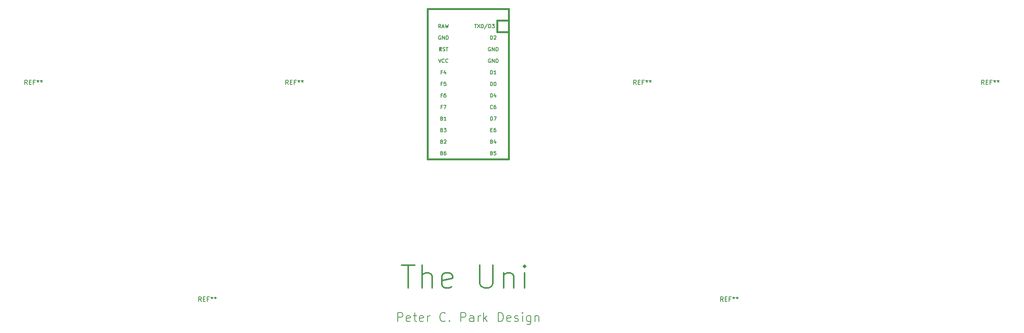
<source format=gto>
G04 #@! TF.GenerationSoftware,KiCad,Pcbnew,(5.1.9)-1*
G04 #@! TF.CreationDate,2021-03-02T17:59:25-08:00*
G04 #@! TF.ProjectId,unisplit_orthosteno,756e6973-706c-4697-945f-6f7274686f73,rev?*
G04 #@! TF.SameCoordinates,Original*
G04 #@! TF.FileFunction,Legend,Top*
G04 #@! TF.FilePolarity,Positive*
%FSLAX46Y46*%
G04 Gerber Fmt 4.6, Leading zero omitted, Abs format (unit mm)*
G04 Created by KiCad (PCBNEW (5.1.9)-1) date 2021-03-02 17:59:25*
%MOMM*%
%LPD*%
G01*
G04 APERTURE LIST*
%ADD10C,0.300000*%
%ADD11C,0.200000*%
%ADD12C,0.381000*%
%ADD13C,0.150000*%
%ADD14C,1.200000*%
%ADD15C,1.700000*%
%ADD16C,2.000000*%
%ADD17C,1.750000*%
%ADD18C,2.250000*%
%ADD19C,3.987800*%
%ADD20C,2.200000*%
%ADD21C,1.752600*%
%ADD22R,1.752600X1.752600*%
G04 APERTURE END LIST*
D10*
X127477976Y-116324404D02*
X130335119Y-116324404D01*
X128906547Y-121324404D02*
X128906547Y-116324404D01*
X132001785Y-121324404D02*
X132001785Y-116324404D01*
X134144642Y-121324404D02*
X134144642Y-118705357D01*
X133906547Y-118229166D01*
X133430357Y-117991071D01*
X132716071Y-117991071D01*
X132239880Y-118229166D01*
X132001785Y-118467261D01*
X138430357Y-121086309D02*
X137954166Y-121324404D01*
X137001785Y-121324404D01*
X136525595Y-121086309D01*
X136287500Y-120610119D01*
X136287500Y-118705357D01*
X136525595Y-118229166D01*
X137001785Y-117991071D01*
X137954166Y-117991071D01*
X138430357Y-118229166D01*
X138668452Y-118705357D01*
X138668452Y-119181547D01*
X136287500Y-119657738D01*
X144620833Y-116324404D02*
X144620833Y-120372023D01*
X144858928Y-120848214D01*
X145097023Y-121086309D01*
X145573214Y-121324404D01*
X146525595Y-121324404D01*
X147001785Y-121086309D01*
X147239880Y-120848214D01*
X147477976Y-120372023D01*
X147477976Y-116324404D01*
X149858928Y-117991071D02*
X149858928Y-121324404D01*
X149858928Y-118467261D02*
X150097023Y-118229166D01*
X150573214Y-117991071D01*
X151287500Y-117991071D01*
X151763690Y-118229166D01*
X152001785Y-118705357D01*
X152001785Y-121324404D01*
X154382738Y-121324404D02*
X154382738Y-117991071D01*
X154382738Y-116324404D02*
X154144642Y-116562500D01*
X154382738Y-116800595D01*
X154620833Y-116562500D01*
X154382738Y-116324404D01*
X154382738Y-116800595D01*
D11*
X126605059Y-128698511D02*
X126605059Y-126698511D01*
X127366964Y-126698511D01*
X127557440Y-126793750D01*
X127652678Y-126888988D01*
X127747916Y-127079464D01*
X127747916Y-127365178D01*
X127652678Y-127555654D01*
X127557440Y-127650892D01*
X127366964Y-127746130D01*
X126605059Y-127746130D01*
X129366964Y-128603273D02*
X129176488Y-128698511D01*
X128795535Y-128698511D01*
X128605059Y-128603273D01*
X128509821Y-128412797D01*
X128509821Y-127650892D01*
X128605059Y-127460416D01*
X128795535Y-127365178D01*
X129176488Y-127365178D01*
X129366964Y-127460416D01*
X129462202Y-127650892D01*
X129462202Y-127841369D01*
X128509821Y-128031845D01*
X130033630Y-127365178D02*
X130795535Y-127365178D01*
X130319345Y-126698511D02*
X130319345Y-128412797D01*
X130414583Y-128603273D01*
X130605059Y-128698511D01*
X130795535Y-128698511D01*
X132224107Y-128603273D02*
X132033630Y-128698511D01*
X131652678Y-128698511D01*
X131462202Y-128603273D01*
X131366964Y-128412797D01*
X131366964Y-127650892D01*
X131462202Y-127460416D01*
X131652678Y-127365178D01*
X132033630Y-127365178D01*
X132224107Y-127460416D01*
X132319345Y-127650892D01*
X132319345Y-127841369D01*
X131366964Y-128031845D01*
X133176488Y-128698511D02*
X133176488Y-127365178D01*
X133176488Y-127746130D02*
X133271726Y-127555654D01*
X133366964Y-127460416D01*
X133557440Y-127365178D01*
X133747916Y-127365178D01*
X137081250Y-128508035D02*
X136986011Y-128603273D01*
X136700297Y-128698511D01*
X136509821Y-128698511D01*
X136224107Y-128603273D01*
X136033630Y-128412797D01*
X135938392Y-128222321D01*
X135843154Y-127841369D01*
X135843154Y-127555654D01*
X135938392Y-127174702D01*
X136033630Y-126984226D01*
X136224107Y-126793750D01*
X136509821Y-126698511D01*
X136700297Y-126698511D01*
X136986011Y-126793750D01*
X137081250Y-126888988D01*
X137938392Y-128508035D02*
X138033630Y-128603273D01*
X137938392Y-128698511D01*
X137843154Y-128603273D01*
X137938392Y-128508035D01*
X137938392Y-128698511D01*
X140414583Y-128698511D02*
X140414583Y-126698511D01*
X141176488Y-126698511D01*
X141366964Y-126793750D01*
X141462202Y-126888988D01*
X141557440Y-127079464D01*
X141557440Y-127365178D01*
X141462202Y-127555654D01*
X141366964Y-127650892D01*
X141176488Y-127746130D01*
X140414583Y-127746130D01*
X143271726Y-128698511D02*
X143271726Y-127650892D01*
X143176488Y-127460416D01*
X142986011Y-127365178D01*
X142605059Y-127365178D01*
X142414583Y-127460416D01*
X143271726Y-128603273D02*
X143081250Y-128698511D01*
X142605059Y-128698511D01*
X142414583Y-128603273D01*
X142319345Y-128412797D01*
X142319345Y-128222321D01*
X142414583Y-128031845D01*
X142605059Y-127936607D01*
X143081250Y-127936607D01*
X143271726Y-127841369D01*
X144224107Y-128698511D02*
X144224107Y-127365178D01*
X144224107Y-127746130D02*
X144319345Y-127555654D01*
X144414583Y-127460416D01*
X144605059Y-127365178D01*
X144795535Y-127365178D01*
X145462202Y-128698511D02*
X145462202Y-126698511D01*
X145652678Y-127936607D02*
X146224107Y-128698511D01*
X146224107Y-127365178D02*
X145462202Y-128127083D01*
X148605059Y-128698511D02*
X148605059Y-126698511D01*
X149081250Y-126698511D01*
X149366964Y-126793750D01*
X149557440Y-126984226D01*
X149652678Y-127174702D01*
X149747916Y-127555654D01*
X149747916Y-127841369D01*
X149652678Y-128222321D01*
X149557440Y-128412797D01*
X149366964Y-128603273D01*
X149081250Y-128698511D01*
X148605059Y-128698511D01*
X151366964Y-128603273D02*
X151176488Y-128698511D01*
X150795535Y-128698511D01*
X150605059Y-128603273D01*
X150509821Y-128412797D01*
X150509821Y-127650892D01*
X150605059Y-127460416D01*
X150795535Y-127365178D01*
X151176488Y-127365178D01*
X151366964Y-127460416D01*
X151462202Y-127650892D01*
X151462202Y-127841369D01*
X150509821Y-128031845D01*
X152224107Y-128603273D02*
X152414583Y-128698511D01*
X152795535Y-128698511D01*
X152986011Y-128603273D01*
X153081250Y-128412797D01*
X153081250Y-128317559D01*
X152986011Y-128127083D01*
X152795535Y-128031845D01*
X152509821Y-128031845D01*
X152319345Y-127936607D01*
X152224107Y-127746130D01*
X152224107Y-127650892D01*
X152319345Y-127460416D01*
X152509821Y-127365178D01*
X152795535Y-127365178D01*
X152986011Y-127460416D01*
X153938392Y-128698511D02*
X153938392Y-127365178D01*
X153938392Y-126698511D02*
X153843154Y-126793750D01*
X153938392Y-126888988D01*
X154033630Y-126793750D01*
X153938392Y-126698511D01*
X153938392Y-126888988D01*
X155747916Y-127365178D02*
X155747916Y-128984226D01*
X155652678Y-129174702D01*
X155557440Y-129269940D01*
X155366964Y-129365178D01*
X155081250Y-129365178D01*
X154890773Y-129269940D01*
X155747916Y-128603273D02*
X155557440Y-128698511D01*
X155176488Y-128698511D01*
X154986011Y-128603273D01*
X154890773Y-128508035D01*
X154795535Y-128317559D01*
X154795535Y-127746130D01*
X154890773Y-127555654D01*
X154986011Y-127460416D01*
X155176488Y-127365178D01*
X155557440Y-127365178D01*
X155747916Y-127460416D01*
X156700297Y-127365178D02*
X156700297Y-128698511D01*
X156700297Y-127555654D02*
X156795535Y-127460416D01*
X156986011Y-127365178D01*
X157271726Y-127365178D01*
X157462202Y-127460416D01*
X157557440Y-127650892D01*
X157557440Y-128698511D01*
D12*
X148431250Y-65087500D02*
X150971250Y-65087500D01*
X148431250Y-62547500D02*
X148431250Y-65087500D01*
D13*
G36*
X136036615Y-68836530D02*
G01*
X136036615Y-68936530D01*
X135936615Y-68936530D01*
X135936615Y-68836530D01*
X136036615Y-68836530D01*
G37*
X136036615Y-68836530D02*
X136036615Y-68936530D01*
X135936615Y-68936530D01*
X135936615Y-68836530D01*
X136036615Y-68836530D01*
G36*
X135836615Y-68436530D02*
G01*
X135836615Y-69236530D01*
X135736615Y-69236530D01*
X135736615Y-68436530D01*
X135836615Y-68436530D01*
G37*
X135836615Y-68436530D02*
X135836615Y-69236530D01*
X135736615Y-69236530D01*
X135736615Y-68436530D01*
X135836615Y-68436530D01*
G36*
X136236615Y-69036530D02*
G01*
X136236615Y-69236530D01*
X136136615Y-69236530D01*
X136136615Y-69036530D01*
X136236615Y-69036530D01*
G37*
X136236615Y-69036530D02*
X136236615Y-69236530D01*
X136136615Y-69236530D01*
X136136615Y-69036530D01*
X136236615Y-69036530D01*
G36*
X136236615Y-68436530D02*
G01*
X136236615Y-68736530D01*
X136136615Y-68736530D01*
X136136615Y-68436530D01*
X136236615Y-68436530D01*
G37*
X136236615Y-68436530D02*
X136236615Y-68736530D01*
X136136615Y-68736530D01*
X136136615Y-68436530D01*
X136236615Y-68436530D01*
G36*
X136236615Y-68436530D02*
G01*
X136236615Y-68536530D01*
X135736615Y-68536530D01*
X135736615Y-68436530D01*
X136236615Y-68436530D01*
G37*
X136236615Y-68436530D02*
X136236615Y-68536530D01*
X135736615Y-68536530D01*
X135736615Y-68436530D01*
X136236615Y-68436530D01*
D12*
X133191250Y-93027500D02*
X133191250Y-60007500D01*
X150971250Y-93027500D02*
X133191250Y-93027500D01*
X150971250Y-60007500D02*
X150971250Y-93027500D01*
X133191250Y-60007500D02*
X150971250Y-60007500D01*
X148431250Y-62547500D02*
X150971250Y-62547500D01*
D13*
X255047916Y-76627380D02*
X254714583Y-76151190D01*
X254476488Y-76627380D02*
X254476488Y-75627380D01*
X254857440Y-75627380D01*
X254952678Y-75675000D01*
X255000297Y-75722619D01*
X255047916Y-75817857D01*
X255047916Y-75960714D01*
X255000297Y-76055952D01*
X254952678Y-76103571D01*
X254857440Y-76151190D01*
X254476488Y-76151190D01*
X255476488Y-76103571D02*
X255809821Y-76103571D01*
X255952678Y-76627380D02*
X255476488Y-76627380D01*
X255476488Y-75627380D01*
X255952678Y-75627380D01*
X256714583Y-76103571D02*
X256381250Y-76103571D01*
X256381250Y-76627380D02*
X256381250Y-75627380D01*
X256857440Y-75627380D01*
X257381250Y-75627380D02*
X257381250Y-75865476D01*
X257143154Y-75770238D02*
X257381250Y-75865476D01*
X257619345Y-75770238D01*
X257238392Y-76055952D02*
X257381250Y-75865476D01*
X257524107Y-76055952D01*
X258143154Y-75627380D02*
X258143154Y-75865476D01*
X257905059Y-75770238D02*
X258143154Y-75865476D01*
X258381250Y-75770238D01*
X258000297Y-76055952D02*
X258143154Y-75865476D01*
X258286011Y-76055952D01*
X178847916Y-76627380D02*
X178514583Y-76151190D01*
X178276488Y-76627380D02*
X178276488Y-75627380D01*
X178657440Y-75627380D01*
X178752678Y-75675000D01*
X178800297Y-75722619D01*
X178847916Y-75817857D01*
X178847916Y-75960714D01*
X178800297Y-76055952D01*
X178752678Y-76103571D01*
X178657440Y-76151190D01*
X178276488Y-76151190D01*
X179276488Y-76103571D02*
X179609821Y-76103571D01*
X179752678Y-76627380D02*
X179276488Y-76627380D01*
X179276488Y-75627380D01*
X179752678Y-75627380D01*
X180514583Y-76103571D02*
X180181250Y-76103571D01*
X180181250Y-76627380D02*
X180181250Y-75627380D01*
X180657440Y-75627380D01*
X181181250Y-75627380D02*
X181181250Y-75865476D01*
X180943154Y-75770238D02*
X181181250Y-75865476D01*
X181419345Y-75770238D01*
X181038392Y-76055952D02*
X181181250Y-75865476D01*
X181324107Y-76055952D01*
X181943154Y-75627380D02*
X181943154Y-75865476D01*
X181705059Y-75770238D02*
X181943154Y-75865476D01*
X182181250Y-75770238D01*
X181800297Y-76055952D02*
X181943154Y-75865476D01*
X182086011Y-76055952D01*
X197897916Y-124252380D02*
X197564583Y-123776190D01*
X197326488Y-124252380D02*
X197326488Y-123252380D01*
X197707440Y-123252380D01*
X197802678Y-123300000D01*
X197850297Y-123347619D01*
X197897916Y-123442857D01*
X197897916Y-123585714D01*
X197850297Y-123680952D01*
X197802678Y-123728571D01*
X197707440Y-123776190D01*
X197326488Y-123776190D01*
X198326488Y-123728571D02*
X198659821Y-123728571D01*
X198802678Y-124252380D02*
X198326488Y-124252380D01*
X198326488Y-123252380D01*
X198802678Y-123252380D01*
X199564583Y-123728571D02*
X199231250Y-123728571D01*
X199231250Y-124252380D02*
X199231250Y-123252380D01*
X199707440Y-123252380D01*
X200231250Y-123252380D02*
X200231250Y-123490476D01*
X199993154Y-123395238D02*
X200231250Y-123490476D01*
X200469345Y-123395238D01*
X200088392Y-123680952D02*
X200231250Y-123490476D01*
X200374107Y-123680952D01*
X200993154Y-123252380D02*
X200993154Y-123490476D01*
X200755059Y-123395238D02*
X200993154Y-123490476D01*
X201231250Y-123395238D01*
X200850297Y-123680952D02*
X200993154Y-123490476D01*
X201136011Y-123680952D01*
X83597916Y-124252380D02*
X83264583Y-123776190D01*
X83026488Y-124252380D02*
X83026488Y-123252380D01*
X83407440Y-123252380D01*
X83502678Y-123300000D01*
X83550297Y-123347619D01*
X83597916Y-123442857D01*
X83597916Y-123585714D01*
X83550297Y-123680952D01*
X83502678Y-123728571D01*
X83407440Y-123776190D01*
X83026488Y-123776190D01*
X84026488Y-123728571D02*
X84359821Y-123728571D01*
X84502678Y-124252380D02*
X84026488Y-124252380D01*
X84026488Y-123252380D01*
X84502678Y-123252380D01*
X85264583Y-123728571D02*
X84931250Y-123728571D01*
X84931250Y-124252380D02*
X84931250Y-123252380D01*
X85407440Y-123252380D01*
X85931250Y-123252380D02*
X85931250Y-123490476D01*
X85693154Y-123395238D02*
X85931250Y-123490476D01*
X86169345Y-123395238D01*
X85788392Y-123680952D02*
X85931250Y-123490476D01*
X86074107Y-123680952D01*
X86693154Y-123252380D02*
X86693154Y-123490476D01*
X86455059Y-123395238D02*
X86693154Y-123490476D01*
X86931250Y-123395238D01*
X86550297Y-123680952D02*
X86693154Y-123490476D01*
X86836011Y-123680952D01*
X102647916Y-76627380D02*
X102314583Y-76151190D01*
X102076488Y-76627380D02*
X102076488Y-75627380D01*
X102457440Y-75627380D01*
X102552678Y-75675000D01*
X102600297Y-75722619D01*
X102647916Y-75817857D01*
X102647916Y-75960714D01*
X102600297Y-76055952D01*
X102552678Y-76103571D01*
X102457440Y-76151190D01*
X102076488Y-76151190D01*
X103076488Y-76103571D02*
X103409821Y-76103571D01*
X103552678Y-76627380D02*
X103076488Y-76627380D01*
X103076488Y-75627380D01*
X103552678Y-75627380D01*
X104314583Y-76103571D02*
X103981250Y-76103571D01*
X103981250Y-76627380D02*
X103981250Y-75627380D01*
X104457440Y-75627380D01*
X104981250Y-75627380D02*
X104981250Y-75865476D01*
X104743154Y-75770238D02*
X104981250Y-75865476D01*
X105219345Y-75770238D01*
X104838392Y-76055952D02*
X104981250Y-75865476D01*
X105124107Y-76055952D01*
X105743154Y-75627380D02*
X105743154Y-75865476D01*
X105505059Y-75770238D02*
X105743154Y-75865476D01*
X105981250Y-75770238D01*
X105600297Y-76055952D02*
X105743154Y-75865476D01*
X105886011Y-76055952D01*
X45497916Y-76627380D02*
X45164583Y-76151190D01*
X44926488Y-76627380D02*
X44926488Y-75627380D01*
X45307440Y-75627380D01*
X45402678Y-75675000D01*
X45450297Y-75722619D01*
X45497916Y-75817857D01*
X45497916Y-75960714D01*
X45450297Y-76055952D01*
X45402678Y-76103571D01*
X45307440Y-76151190D01*
X44926488Y-76151190D01*
X45926488Y-76103571D02*
X46259821Y-76103571D01*
X46402678Y-76627380D02*
X45926488Y-76627380D01*
X45926488Y-75627380D01*
X46402678Y-75627380D01*
X47164583Y-76103571D02*
X46831250Y-76103571D01*
X46831250Y-76627380D02*
X46831250Y-75627380D01*
X47307440Y-75627380D01*
X47831250Y-75627380D02*
X47831250Y-75865476D01*
X47593154Y-75770238D02*
X47831250Y-75865476D01*
X48069345Y-75770238D01*
X47688392Y-76055952D02*
X47831250Y-75865476D01*
X47974107Y-76055952D01*
X48593154Y-75627380D02*
X48593154Y-75865476D01*
X48355059Y-75770238D02*
X48593154Y-75865476D01*
X48831250Y-75770238D01*
X48450297Y-76055952D02*
X48593154Y-75865476D01*
X48736011Y-76055952D01*
X136507916Y-69201309D02*
X136622202Y-69239404D01*
X136812678Y-69239404D01*
X136888869Y-69201309D01*
X136926964Y-69163214D01*
X136965059Y-69087023D01*
X136965059Y-69010833D01*
X136926964Y-68934642D01*
X136888869Y-68896547D01*
X136812678Y-68858452D01*
X136660297Y-68820357D01*
X136584107Y-68782261D01*
X136546011Y-68744166D01*
X136507916Y-68667976D01*
X136507916Y-68591785D01*
X136546011Y-68515595D01*
X136584107Y-68477500D01*
X136660297Y-68439404D01*
X136850773Y-68439404D01*
X136965059Y-68477500D01*
X137193630Y-68439404D02*
X137650773Y-68439404D01*
X137422202Y-69239404D02*
X137422202Y-68439404D01*
X143462645Y-63379404D02*
X143919788Y-63379404D01*
X143691217Y-64179404D02*
X143691217Y-63379404D01*
X144110264Y-63379404D02*
X144643598Y-64179404D01*
X144643598Y-63379404D02*
X144110264Y-64179404D01*
X145100741Y-63379404D02*
X145176931Y-63379404D01*
X145253122Y-63417500D01*
X145291217Y-63455595D01*
X145329312Y-63531785D01*
X145367407Y-63684166D01*
X145367407Y-63874642D01*
X145329312Y-64027023D01*
X145291217Y-64103214D01*
X145253122Y-64141309D01*
X145176931Y-64179404D01*
X145100741Y-64179404D01*
X145024550Y-64141309D01*
X144986455Y-64103214D01*
X144948360Y-64027023D01*
X144910264Y-63874642D01*
X144910264Y-63684166D01*
X144948360Y-63531785D01*
X144986455Y-63455595D01*
X145024550Y-63417500D01*
X145100741Y-63379404D01*
X146281693Y-63341309D02*
X145595979Y-64369880D01*
X146548360Y-64179404D02*
X146548360Y-63379404D01*
X146738836Y-63379404D01*
X146853122Y-63417500D01*
X146929312Y-63493690D01*
X146967407Y-63569880D01*
X147005502Y-63722261D01*
X147005502Y-63836547D01*
X146967407Y-63988928D01*
X146929312Y-64065119D01*
X146853122Y-64141309D01*
X146738836Y-64179404D01*
X146548360Y-64179404D01*
X147272169Y-63379404D02*
X147767407Y-63379404D01*
X147500741Y-63684166D01*
X147615026Y-63684166D01*
X147691217Y-63722261D01*
X147729312Y-63760357D01*
X147767407Y-63836547D01*
X147767407Y-64027023D01*
X147729312Y-64103214D01*
X147691217Y-64141309D01*
X147615026Y-64179404D01*
X147386455Y-64179404D01*
X147310264Y-64141309D01*
X147272169Y-64103214D01*
X136296440Y-89160357D02*
X136410726Y-89198452D01*
X136448821Y-89236547D01*
X136486916Y-89312738D01*
X136486916Y-89427023D01*
X136448821Y-89503214D01*
X136410726Y-89541309D01*
X136334535Y-89579404D01*
X136029773Y-89579404D01*
X136029773Y-88779404D01*
X136296440Y-88779404D01*
X136372630Y-88817500D01*
X136410726Y-88855595D01*
X136448821Y-88931785D01*
X136448821Y-89007976D01*
X136410726Y-89084166D01*
X136372630Y-89122261D01*
X136296440Y-89160357D01*
X136029773Y-89160357D01*
X136791678Y-88855595D02*
X136829773Y-88817500D01*
X136905964Y-88779404D01*
X137096440Y-88779404D01*
X137172630Y-88817500D01*
X137210726Y-88855595D01*
X137248821Y-88931785D01*
X137248821Y-89007976D01*
X137210726Y-89122261D01*
X136753583Y-89579404D01*
X137248821Y-89579404D01*
X136353583Y-81540357D02*
X136086916Y-81540357D01*
X136086916Y-81959404D02*
X136086916Y-81159404D01*
X136467869Y-81159404D01*
X136696440Y-81159404D02*
X137229773Y-81159404D01*
X136886916Y-81959404D01*
X136353583Y-79000357D02*
X136086916Y-79000357D01*
X136086916Y-79419404D02*
X136086916Y-78619404D01*
X136467869Y-78619404D01*
X137115488Y-78619404D02*
X136963107Y-78619404D01*
X136886916Y-78657500D01*
X136848821Y-78695595D01*
X136772630Y-78809880D01*
X136734535Y-78962261D01*
X136734535Y-79267023D01*
X136772630Y-79343214D01*
X136810726Y-79381309D01*
X136886916Y-79419404D01*
X137039297Y-79419404D01*
X137115488Y-79381309D01*
X137153583Y-79343214D01*
X137191678Y-79267023D01*
X137191678Y-79076547D01*
X137153583Y-79000357D01*
X137115488Y-78962261D01*
X137039297Y-78924166D01*
X136886916Y-78924166D01*
X136810726Y-78962261D01*
X136772630Y-79000357D01*
X136734535Y-79076547D01*
X136353583Y-76460357D02*
X136086916Y-76460357D01*
X136086916Y-76879404D02*
X136086916Y-76079404D01*
X136467869Y-76079404D01*
X137153583Y-76079404D02*
X136772630Y-76079404D01*
X136734535Y-76460357D01*
X136772630Y-76422261D01*
X136848821Y-76384166D01*
X137039297Y-76384166D01*
X137115488Y-76422261D01*
X137153583Y-76460357D01*
X137191678Y-76536547D01*
X137191678Y-76727023D01*
X137153583Y-76803214D01*
X137115488Y-76841309D01*
X137039297Y-76879404D01*
X136848821Y-76879404D01*
X136772630Y-76841309D01*
X136734535Y-76803214D01*
X136067869Y-64179404D02*
X135801202Y-63798452D01*
X135610726Y-64179404D02*
X135610726Y-63379404D01*
X135915488Y-63379404D01*
X135991678Y-63417500D01*
X136029773Y-63455595D01*
X136067869Y-63531785D01*
X136067869Y-63646071D01*
X136029773Y-63722261D01*
X135991678Y-63760357D01*
X135915488Y-63798452D01*
X135610726Y-63798452D01*
X136372630Y-63950833D02*
X136753583Y-63950833D01*
X136296440Y-64179404D02*
X136563107Y-63379404D01*
X136829773Y-64179404D01*
X137020250Y-63379404D02*
X137210726Y-64179404D01*
X137363107Y-63607976D01*
X137515488Y-64179404D01*
X137705964Y-63379404D01*
X136010726Y-65957500D02*
X135934535Y-65919404D01*
X135820250Y-65919404D01*
X135705964Y-65957500D01*
X135629773Y-66033690D01*
X135591678Y-66109880D01*
X135553583Y-66262261D01*
X135553583Y-66376547D01*
X135591678Y-66528928D01*
X135629773Y-66605119D01*
X135705964Y-66681309D01*
X135820250Y-66719404D01*
X135896440Y-66719404D01*
X136010726Y-66681309D01*
X136048821Y-66643214D01*
X136048821Y-66376547D01*
X135896440Y-66376547D01*
X136391678Y-66719404D02*
X136391678Y-65919404D01*
X136848821Y-66719404D01*
X136848821Y-65919404D01*
X137229773Y-66719404D02*
X137229773Y-65919404D01*
X137420250Y-65919404D01*
X137534535Y-65957500D01*
X137610726Y-66033690D01*
X137648821Y-66109880D01*
X137686916Y-66262261D01*
X137686916Y-66376547D01*
X137648821Y-66528928D01*
X137610726Y-66605119D01*
X137534535Y-66681309D01*
X137420250Y-66719404D01*
X137229773Y-66719404D01*
X135553583Y-70999404D02*
X135820250Y-71799404D01*
X136086916Y-70999404D01*
X136810726Y-71723214D02*
X136772630Y-71761309D01*
X136658345Y-71799404D01*
X136582154Y-71799404D01*
X136467869Y-71761309D01*
X136391678Y-71685119D01*
X136353583Y-71608928D01*
X136315488Y-71456547D01*
X136315488Y-71342261D01*
X136353583Y-71189880D01*
X136391678Y-71113690D01*
X136467869Y-71037500D01*
X136582154Y-70999404D01*
X136658345Y-70999404D01*
X136772630Y-71037500D01*
X136810726Y-71075595D01*
X137610726Y-71723214D02*
X137572630Y-71761309D01*
X137458345Y-71799404D01*
X137382154Y-71799404D01*
X137267869Y-71761309D01*
X137191678Y-71685119D01*
X137153583Y-71608928D01*
X137115488Y-71456547D01*
X137115488Y-71342261D01*
X137153583Y-71189880D01*
X137191678Y-71113690D01*
X137267869Y-71037500D01*
X137382154Y-70999404D01*
X137458345Y-70999404D01*
X137572630Y-71037500D01*
X137610726Y-71075595D01*
X136353583Y-73920357D02*
X136086916Y-73920357D01*
X136086916Y-74339404D02*
X136086916Y-73539404D01*
X136467869Y-73539404D01*
X137115488Y-73806071D02*
X137115488Y-74339404D01*
X136925011Y-73501309D02*
X136734535Y-74072738D01*
X137229773Y-74072738D01*
X136296440Y-84080357D02*
X136410726Y-84118452D01*
X136448821Y-84156547D01*
X136486916Y-84232738D01*
X136486916Y-84347023D01*
X136448821Y-84423214D01*
X136410726Y-84461309D01*
X136334535Y-84499404D01*
X136029773Y-84499404D01*
X136029773Y-83699404D01*
X136296440Y-83699404D01*
X136372630Y-83737500D01*
X136410726Y-83775595D01*
X136448821Y-83851785D01*
X136448821Y-83927976D01*
X136410726Y-84004166D01*
X136372630Y-84042261D01*
X136296440Y-84080357D01*
X136029773Y-84080357D01*
X137248821Y-84499404D02*
X136791678Y-84499404D01*
X137020250Y-84499404D02*
X137020250Y-83699404D01*
X136944059Y-83813690D01*
X136867869Y-83889880D01*
X136791678Y-83927976D01*
X136296440Y-86620357D02*
X136410726Y-86658452D01*
X136448821Y-86696547D01*
X136486916Y-86772738D01*
X136486916Y-86887023D01*
X136448821Y-86963214D01*
X136410726Y-87001309D01*
X136334535Y-87039404D01*
X136029773Y-87039404D01*
X136029773Y-86239404D01*
X136296440Y-86239404D01*
X136372630Y-86277500D01*
X136410726Y-86315595D01*
X136448821Y-86391785D01*
X136448821Y-86467976D01*
X136410726Y-86544166D01*
X136372630Y-86582261D01*
X136296440Y-86620357D01*
X136029773Y-86620357D01*
X136753583Y-86239404D02*
X137248821Y-86239404D01*
X136982154Y-86544166D01*
X137096440Y-86544166D01*
X137172630Y-86582261D01*
X137210726Y-86620357D01*
X137248821Y-86696547D01*
X137248821Y-86887023D01*
X137210726Y-86963214D01*
X137172630Y-87001309D01*
X137096440Y-87039404D01*
X136867869Y-87039404D01*
X136791678Y-87001309D01*
X136753583Y-86963214D01*
X136296440Y-91700357D02*
X136410726Y-91738452D01*
X136448821Y-91776547D01*
X136486916Y-91852738D01*
X136486916Y-91967023D01*
X136448821Y-92043214D01*
X136410726Y-92081309D01*
X136334535Y-92119404D01*
X136029773Y-92119404D01*
X136029773Y-91319404D01*
X136296440Y-91319404D01*
X136372630Y-91357500D01*
X136410726Y-91395595D01*
X136448821Y-91471785D01*
X136448821Y-91547976D01*
X136410726Y-91624166D01*
X136372630Y-91662261D01*
X136296440Y-91700357D01*
X136029773Y-91700357D01*
X137172630Y-91319404D02*
X137020250Y-91319404D01*
X136944059Y-91357500D01*
X136905964Y-91395595D01*
X136829773Y-91509880D01*
X136791678Y-91662261D01*
X136791678Y-91967023D01*
X136829773Y-92043214D01*
X136867869Y-92081309D01*
X136944059Y-92119404D01*
X137096440Y-92119404D01*
X137172630Y-92081309D01*
X137210726Y-92043214D01*
X137248821Y-91967023D01*
X137248821Y-91776547D01*
X137210726Y-91700357D01*
X137172630Y-91662261D01*
X137096440Y-91624166D01*
X136944059Y-91624166D01*
X136867869Y-91662261D01*
X136829773Y-91700357D01*
X136791678Y-91776547D01*
X147218440Y-91700357D02*
X147332726Y-91738452D01*
X147370821Y-91776547D01*
X147408916Y-91852738D01*
X147408916Y-91967023D01*
X147370821Y-92043214D01*
X147332726Y-92081309D01*
X147256535Y-92119404D01*
X146951773Y-92119404D01*
X146951773Y-91319404D01*
X147218440Y-91319404D01*
X147294630Y-91357500D01*
X147332726Y-91395595D01*
X147370821Y-91471785D01*
X147370821Y-91547976D01*
X147332726Y-91624166D01*
X147294630Y-91662261D01*
X147218440Y-91700357D01*
X146951773Y-91700357D01*
X148132726Y-91319404D02*
X147751773Y-91319404D01*
X147713678Y-91700357D01*
X147751773Y-91662261D01*
X147827964Y-91624166D01*
X148018440Y-91624166D01*
X148094630Y-91662261D01*
X148132726Y-91700357D01*
X148170821Y-91776547D01*
X148170821Y-91967023D01*
X148132726Y-92043214D01*
X148094630Y-92081309D01*
X148018440Y-92119404D01*
X147827964Y-92119404D01*
X147751773Y-92081309D01*
X147713678Y-92043214D01*
X147218440Y-89160357D02*
X147332726Y-89198452D01*
X147370821Y-89236547D01*
X147408916Y-89312738D01*
X147408916Y-89427023D01*
X147370821Y-89503214D01*
X147332726Y-89541309D01*
X147256535Y-89579404D01*
X146951773Y-89579404D01*
X146951773Y-88779404D01*
X147218440Y-88779404D01*
X147294630Y-88817500D01*
X147332726Y-88855595D01*
X147370821Y-88931785D01*
X147370821Y-89007976D01*
X147332726Y-89084166D01*
X147294630Y-89122261D01*
X147218440Y-89160357D01*
X146951773Y-89160357D01*
X148094630Y-89046071D02*
X148094630Y-89579404D01*
X147904154Y-88741309D02*
X147713678Y-89312738D01*
X148208916Y-89312738D01*
X146989869Y-86620357D02*
X147256535Y-86620357D01*
X147370821Y-87039404D02*
X146989869Y-87039404D01*
X146989869Y-86239404D01*
X147370821Y-86239404D01*
X148056535Y-86239404D02*
X147904154Y-86239404D01*
X147827964Y-86277500D01*
X147789869Y-86315595D01*
X147713678Y-86429880D01*
X147675583Y-86582261D01*
X147675583Y-86887023D01*
X147713678Y-86963214D01*
X147751773Y-87001309D01*
X147827964Y-87039404D01*
X147980345Y-87039404D01*
X148056535Y-87001309D01*
X148094630Y-86963214D01*
X148132726Y-86887023D01*
X148132726Y-86696547D01*
X148094630Y-86620357D01*
X148056535Y-86582261D01*
X147980345Y-86544166D01*
X147827964Y-86544166D01*
X147751773Y-86582261D01*
X147713678Y-86620357D01*
X147675583Y-86696547D01*
X146951773Y-84499404D02*
X146951773Y-83699404D01*
X147142250Y-83699404D01*
X147256535Y-83737500D01*
X147332726Y-83813690D01*
X147370821Y-83889880D01*
X147408916Y-84042261D01*
X147408916Y-84156547D01*
X147370821Y-84308928D01*
X147332726Y-84385119D01*
X147256535Y-84461309D01*
X147142250Y-84499404D01*
X146951773Y-84499404D01*
X147675583Y-83699404D02*
X148208916Y-83699404D01*
X147866059Y-84499404D01*
X147408916Y-81883214D02*
X147370821Y-81921309D01*
X147256535Y-81959404D01*
X147180345Y-81959404D01*
X147066059Y-81921309D01*
X146989869Y-81845119D01*
X146951773Y-81768928D01*
X146913678Y-81616547D01*
X146913678Y-81502261D01*
X146951773Y-81349880D01*
X146989869Y-81273690D01*
X147066059Y-81197500D01*
X147180345Y-81159404D01*
X147256535Y-81159404D01*
X147370821Y-81197500D01*
X147408916Y-81235595D01*
X148094630Y-81159404D02*
X147942250Y-81159404D01*
X147866059Y-81197500D01*
X147827964Y-81235595D01*
X147751773Y-81349880D01*
X147713678Y-81502261D01*
X147713678Y-81807023D01*
X147751773Y-81883214D01*
X147789869Y-81921309D01*
X147866059Y-81959404D01*
X148018440Y-81959404D01*
X148094630Y-81921309D01*
X148132726Y-81883214D01*
X148170821Y-81807023D01*
X148170821Y-81616547D01*
X148132726Y-81540357D01*
X148094630Y-81502261D01*
X148018440Y-81464166D01*
X147866059Y-81464166D01*
X147789869Y-81502261D01*
X147751773Y-81540357D01*
X147713678Y-81616547D01*
X146951773Y-79419404D02*
X146951773Y-78619404D01*
X147142250Y-78619404D01*
X147256535Y-78657500D01*
X147332726Y-78733690D01*
X147370821Y-78809880D01*
X147408916Y-78962261D01*
X147408916Y-79076547D01*
X147370821Y-79228928D01*
X147332726Y-79305119D01*
X147256535Y-79381309D01*
X147142250Y-79419404D01*
X146951773Y-79419404D01*
X148094630Y-78886071D02*
X148094630Y-79419404D01*
X147904154Y-78581309D02*
X147713678Y-79152738D01*
X148208916Y-79152738D01*
X146932726Y-68497500D02*
X146856535Y-68459404D01*
X146742250Y-68459404D01*
X146627964Y-68497500D01*
X146551773Y-68573690D01*
X146513678Y-68649880D01*
X146475583Y-68802261D01*
X146475583Y-68916547D01*
X146513678Y-69068928D01*
X146551773Y-69145119D01*
X146627964Y-69221309D01*
X146742250Y-69259404D01*
X146818440Y-69259404D01*
X146932726Y-69221309D01*
X146970821Y-69183214D01*
X146970821Y-68916547D01*
X146818440Y-68916547D01*
X147313678Y-69259404D02*
X147313678Y-68459404D01*
X147770821Y-69259404D01*
X147770821Y-68459404D01*
X148151773Y-69259404D02*
X148151773Y-68459404D01*
X148342250Y-68459404D01*
X148456535Y-68497500D01*
X148532726Y-68573690D01*
X148570821Y-68649880D01*
X148608916Y-68802261D01*
X148608916Y-68916547D01*
X148570821Y-69068928D01*
X148532726Y-69145119D01*
X148456535Y-69221309D01*
X148342250Y-69259404D01*
X148151773Y-69259404D01*
X146932726Y-71037500D02*
X146856535Y-70999404D01*
X146742250Y-70999404D01*
X146627964Y-71037500D01*
X146551773Y-71113690D01*
X146513678Y-71189880D01*
X146475583Y-71342261D01*
X146475583Y-71456547D01*
X146513678Y-71608928D01*
X146551773Y-71685119D01*
X146627964Y-71761309D01*
X146742250Y-71799404D01*
X146818440Y-71799404D01*
X146932726Y-71761309D01*
X146970821Y-71723214D01*
X146970821Y-71456547D01*
X146818440Y-71456547D01*
X147313678Y-71799404D02*
X147313678Y-70999404D01*
X147770821Y-71799404D01*
X147770821Y-70999404D01*
X148151773Y-71799404D02*
X148151773Y-70999404D01*
X148342250Y-70999404D01*
X148456535Y-71037500D01*
X148532726Y-71113690D01*
X148570821Y-71189880D01*
X148608916Y-71342261D01*
X148608916Y-71456547D01*
X148570821Y-71608928D01*
X148532726Y-71685119D01*
X148456535Y-71761309D01*
X148342250Y-71799404D01*
X148151773Y-71799404D01*
X146951773Y-74339404D02*
X146951773Y-73539404D01*
X147142250Y-73539404D01*
X147256535Y-73577500D01*
X147332726Y-73653690D01*
X147370821Y-73729880D01*
X147408916Y-73882261D01*
X147408916Y-73996547D01*
X147370821Y-74148928D01*
X147332726Y-74225119D01*
X147256535Y-74301309D01*
X147142250Y-74339404D01*
X146951773Y-74339404D01*
X148170821Y-74339404D02*
X147713678Y-74339404D01*
X147942250Y-74339404D02*
X147942250Y-73539404D01*
X147866059Y-73653690D01*
X147789869Y-73729880D01*
X147713678Y-73767976D01*
X146951773Y-76879404D02*
X146951773Y-76079404D01*
X147142250Y-76079404D01*
X147256535Y-76117500D01*
X147332726Y-76193690D01*
X147370821Y-76269880D01*
X147408916Y-76422261D01*
X147408916Y-76536547D01*
X147370821Y-76688928D01*
X147332726Y-76765119D01*
X147256535Y-76841309D01*
X147142250Y-76879404D01*
X146951773Y-76879404D01*
X147904154Y-76079404D02*
X147980345Y-76079404D01*
X148056535Y-76117500D01*
X148094630Y-76155595D01*
X148132726Y-76231785D01*
X148170821Y-76384166D01*
X148170821Y-76574642D01*
X148132726Y-76727023D01*
X148094630Y-76803214D01*
X148056535Y-76841309D01*
X147980345Y-76879404D01*
X147904154Y-76879404D01*
X147827964Y-76841309D01*
X147789869Y-76803214D01*
X147751773Y-76727023D01*
X147713678Y-76574642D01*
X147713678Y-76384166D01*
X147751773Y-76231785D01*
X147789869Y-76155595D01*
X147827964Y-76117500D01*
X147904154Y-76079404D01*
X146951773Y-66719404D02*
X146951773Y-65919404D01*
X147142250Y-65919404D01*
X147256535Y-65957500D01*
X147332726Y-66033690D01*
X147370821Y-66109880D01*
X147408916Y-66262261D01*
X147408916Y-66376547D01*
X147370821Y-66528928D01*
X147332726Y-66605119D01*
X147256535Y-66681309D01*
X147142250Y-66719404D01*
X146951773Y-66719404D01*
X147713678Y-65995595D02*
X147751773Y-65957500D01*
X147827964Y-65919404D01*
X148018440Y-65919404D01*
X148094630Y-65957500D01*
X148132726Y-65995595D01*
X148170821Y-66071785D01*
X148170821Y-66147976D01*
X148132726Y-66262261D01*
X147675583Y-66719404D01*
X148170821Y-66719404D01*
%LPC*%
D14*
X165436250Y-93100000D03*
D15*
X176156250Y-88900000D03*
X165156250Y-88900000D03*
D16*
X170656250Y-83000000D03*
X175656250Y-85100000D03*
D17*
X175736250Y-88900000D03*
X165576250Y-88900000D03*
D18*
X168156250Y-84900000D03*
D19*
X170656250Y-88900000D03*
G36*
G01*
X166094938Y-87197350D02*
X166094938Y-87197350D01*
G75*
G02*
X166008900Y-85608688I751312J837350D01*
G01*
X167318890Y-84148680D01*
G75*
G02*
X168907552Y-84062642I837350J-751312D01*
G01*
X168907552Y-84062642D01*
G75*
G02*
X168993590Y-85651304I-751312J-837350D01*
G01*
X167683600Y-87111312D01*
G75*
G02*
X166094938Y-87197350I-837350J751312D01*
G01*
G37*
D18*
X173196250Y-83820000D03*
G36*
G01*
X173079733Y-85522395D02*
X173079733Y-85522395D01*
G75*
G02*
X172033855Y-84323483I76517J1122395D01*
G01*
X172073397Y-83743451D01*
G75*
G02*
X173272309Y-82697573I1122395J-76517D01*
G01*
X173272309Y-82697573D01*
G75*
G02*
X174318187Y-83896485I-76517J-1122395D01*
G01*
X174278645Y-84476517D01*
G75*
G02*
X173079733Y-85522395I-1122395J76517D01*
G01*
G37*
D20*
X256381250Y-79375000D03*
X180181250Y-79375000D03*
X199231250Y-127000000D03*
X84931250Y-127000000D03*
D14*
X108286250Y-93100000D03*
D15*
X119006250Y-88900000D03*
X108006250Y-88900000D03*
D16*
X113506250Y-83000000D03*
X118506250Y-85100000D03*
D17*
X118586250Y-88900000D03*
X108426250Y-88900000D03*
D18*
X111006250Y-84900000D03*
D19*
X113506250Y-88900000D03*
G36*
G01*
X108944938Y-87197350D02*
X108944938Y-87197350D01*
G75*
G02*
X108858900Y-85608688I751312J837350D01*
G01*
X110168890Y-84148680D01*
G75*
G02*
X111757552Y-84062642I837350J-751312D01*
G01*
X111757552Y-84062642D01*
G75*
G02*
X111843590Y-85651304I-751312J-837350D01*
G01*
X110533600Y-87111312D01*
G75*
G02*
X108944938Y-87197350I-837350J751312D01*
G01*
G37*
D18*
X116046250Y-83820000D03*
G36*
G01*
X115929733Y-85522395D02*
X115929733Y-85522395D01*
G75*
G02*
X114883855Y-84323483I76517J1122395D01*
G01*
X114923397Y-83743451D01*
G75*
G02*
X116122309Y-82697573I1122395J-76517D01*
G01*
X116122309Y-82697573D01*
G75*
G02*
X117168187Y-83896485I-76517J-1122395D01*
G01*
X117128645Y-84476517D01*
G75*
G02*
X115929733Y-85522395I-1122395J76517D01*
G01*
G37*
D20*
X103981250Y-79375000D03*
X46831250Y-79375000D03*
D14*
X108286250Y-131200000D03*
D15*
X119006250Y-127000000D03*
X108006250Y-127000000D03*
D16*
X113506250Y-121100000D03*
X118506250Y-123200000D03*
D17*
X118586250Y-127000000D03*
X108426250Y-127000000D03*
D18*
X111006250Y-123000000D03*
D19*
X113506250Y-127000000D03*
G36*
G01*
X108944938Y-125297350D02*
X108944938Y-125297350D01*
G75*
G02*
X108858900Y-123708688I751312J837350D01*
G01*
X110168890Y-122248680D01*
G75*
G02*
X111757552Y-122162642I837350J-751312D01*
G01*
X111757552Y-122162642D01*
G75*
G02*
X111843590Y-123751304I-751312J-837350D01*
G01*
X110533600Y-125211312D01*
G75*
G02*
X108944938Y-125297350I-837350J751312D01*
G01*
G37*
D18*
X116046250Y-121920000D03*
G36*
G01*
X115929733Y-123622395D02*
X115929733Y-123622395D01*
G75*
G02*
X114883855Y-122423483I76517J1122395D01*
G01*
X114923397Y-121843451D01*
G75*
G02*
X116122309Y-120797573I1122395J-76517D01*
G01*
X116122309Y-120797573D01*
G75*
G02*
X117168187Y-121996485I-76517J-1122395D01*
G01*
X117128645Y-122576517D01*
G75*
G02*
X115929733Y-123622395I-1122395J76517D01*
G01*
G37*
D14*
X89236250Y-131200000D03*
D15*
X99956250Y-127000000D03*
X88956250Y-127000000D03*
D16*
X94456250Y-121100000D03*
X99456250Y-123200000D03*
D17*
X99536250Y-127000000D03*
X89376250Y-127000000D03*
D18*
X91956250Y-123000000D03*
D19*
X94456250Y-127000000D03*
G36*
G01*
X89894938Y-125297350D02*
X89894938Y-125297350D01*
G75*
G02*
X89808900Y-123708688I751312J837350D01*
G01*
X91118890Y-122248680D01*
G75*
G02*
X92707552Y-122162642I837350J-751312D01*
G01*
X92707552Y-122162642D01*
G75*
G02*
X92793590Y-123751304I-751312J-837350D01*
G01*
X91483600Y-125211312D01*
G75*
G02*
X89894938Y-125297350I-837350J751312D01*
G01*
G37*
D18*
X96996250Y-121920000D03*
G36*
G01*
X96879733Y-123622395D02*
X96879733Y-123622395D01*
G75*
G02*
X95833855Y-122423483I76517J1122395D01*
G01*
X95873397Y-121843451D01*
G75*
G02*
X97072309Y-120797573I1122395J-76517D01*
G01*
X97072309Y-120797573D01*
G75*
G02*
X98118187Y-121996485I-76517J-1122395D01*
G01*
X98078645Y-122576517D01*
G75*
G02*
X96879733Y-123622395I-1122395J76517D01*
G01*
G37*
D14*
X70186250Y-131200000D03*
D15*
X80906250Y-127000000D03*
X69906250Y-127000000D03*
D16*
X75406250Y-121100000D03*
X80406250Y-123200000D03*
D17*
X80486250Y-127000000D03*
X70326250Y-127000000D03*
D18*
X72906250Y-123000000D03*
D19*
X75406250Y-127000000D03*
G36*
G01*
X70844938Y-125297350D02*
X70844938Y-125297350D01*
G75*
G02*
X70758900Y-123708688I751312J837350D01*
G01*
X72068890Y-122248680D01*
G75*
G02*
X73657552Y-122162642I837350J-751312D01*
G01*
X73657552Y-122162642D01*
G75*
G02*
X73743590Y-123751304I-751312J-837350D01*
G01*
X72433600Y-125211312D01*
G75*
G02*
X70844938Y-125297350I-837350J751312D01*
G01*
G37*
D18*
X77946250Y-121920000D03*
G36*
G01*
X77829733Y-123622395D02*
X77829733Y-123622395D01*
G75*
G02*
X76783855Y-122423483I76517J1122395D01*
G01*
X76823397Y-121843451D01*
G75*
G02*
X78022309Y-120797573I1122395J-76517D01*
G01*
X78022309Y-120797573D01*
G75*
G02*
X79068187Y-121996485I-76517J-1122395D01*
G01*
X79028645Y-122576517D01*
G75*
G02*
X77829733Y-123622395I-1122395J76517D01*
G01*
G37*
D14*
X203536250Y-131200000D03*
D15*
X214256250Y-127000000D03*
X203256250Y-127000000D03*
D16*
X208756250Y-121100000D03*
X213756250Y-123200000D03*
D17*
X213836250Y-127000000D03*
X203676250Y-127000000D03*
D18*
X206256250Y-123000000D03*
D19*
X208756250Y-127000000D03*
G36*
G01*
X204194938Y-125297350D02*
X204194938Y-125297350D01*
G75*
G02*
X204108900Y-123708688I751312J837350D01*
G01*
X205418890Y-122248680D01*
G75*
G02*
X207007552Y-122162642I837350J-751312D01*
G01*
X207007552Y-122162642D01*
G75*
G02*
X207093590Y-123751304I-751312J-837350D01*
G01*
X205783600Y-125211312D01*
G75*
G02*
X204194938Y-125297350I-837350J751312D01*
G01*
G37*
D18*
X211296250Y-121920000D03*
G36*
G01*
X211179733Y-123622395D02*
X211179733Y-123622395D01*
G75*
G02*
X210133855Y-122423483I76517J1122395D01*
G01*
X210173397Y-121843451D01*
G75*
G02*
X211372309Y-120797573I1122395J-76517D01*
G01*
X211372309Y-120797573D01*
G75*
G02*
X212418187Y-121996485I-76517J-1122395D01*
G01*
X212378645Y-122576517D01*
G75*
G02*
X211179733Y-123622395I-1122395J76517D01*
G01*
G37*
D14*
X89236250Y-93100000D03*
D15*
X99956250Y-88900000D03*
X88956250Y-88900000D03*
D16*
X94456250Y-83000000D03*
X99456250Y-85100000D03*
D17*
X99536250Y-88900000D03*
X89376250Y-88900000D03*
D18*
X91956250Y-84900000D03*
D19*
X94456250Y-88900000D03*
G36*
G01*
X89894938Y-87197350D02*
X89894938Y-87197350D01*
G75*
G02*
X89808900Y-85608688I751312J837350D01*
G01*
X91118890Y-84148680D01*
G75*
G02*
X92707552Y-84062642I837350J-751312D01*
G01*
X92707552Y-84062642D01*
G75*
G02*
X92793590Y-85651304I-751312J-837350D01*
G01*
X91483600Y-87111312D01*
G75*
G02*
X89894938Y-87197350I-837350J751312D01*
G01*
G37*
D18*
X96996250Y-83820000D03*
G36*
G01*
X96879733Y-85522395D02*
X96879733Y-85522395D01*
G75*
G02*
X95833855Y-84323483I76517J1122395D01*
G01*
X95873397Y-83743451D01*
G75*
G02*
X97072309Y-82697573I1122395J-76517D01*
G01*
X97072309Y-82697573D01*
G75*
G02*
X98118187Y-83896485I-76517J-1122395D01*
G01*
X98078645Y-84476517D01*
G75*
G02*
X96879733Y-85522395I-1122395J76517D01*
G01*
G37*
D14*
X70186250Y-74050000D03*
D15*
X80906250Y-69850000D03*
X69906250Y-69850000D03*
D16*
X75406250Y-63950000D03*
X80406250Y-66050000D03*
D17*
X80486250Y-69850000D03*
X70326250Y-69850000D03*
D18*
X72906250Y-65850000D03*
D19*
X75406250Y-69850000D03*
G36*
G01*
X70844938Y-68147350D02*
X70844938Y-68147350D01*
G75*
G02*
X70758900Y-66558688I751312J837350D01*
G01*
X72068890Y-65098680D01*
G75*
G02*
X73657552Y-65012642I837350J-751312D01*
G01*
X73657552Y-65012642D01*
G75*
G02*
X73743590Y-66601304I-751312J-837350D01*
G01*
X72433600Y-68061312D01*
G75*
G02*
X70844938Y-68147350I-837350J751312D01*
G01*
G37*
D18*
X77946250Y-64770000D03*
G36*
G01*
X77829733Y-66472395D02*
X77829733Y-66472395D01*
G75*
G02*
X76783855Y-65273483I76517J1122395D01*
G01*
X76823397Y-64693451D01*
G75*
G02*
X78022309Y-63647573I1122395J-76517D01*
G01*
X78022309Y-63647573D01*
G75*
G02*
X79068187Y-64846485I-76517J-1122395D01*
G01*
X79028645Y-65426517D01*
G75*
G02*
X77829733Y-66472395I-1122395J76517D01*
G01*
G37*
D14*
X51136250Y-93100000D03*
D15*
X61856250Y-88900000D03*
X50856250Y-88900000D03*
D16*
X56356250Y-83000000D03*
X61356250Y-85100000D03*
D17*
X61436250Y-88900000D03*
X51276250Y-88900000D03*
D18*
X53856250Y-84900000D03*
D19*
X56356250Y-88900000D03*
G36*
G01*
X51794938Y-87197350D02*
X51794938Y-87197350D01*
G75*
G02*
X51708900Y-85608688I751312J837350D01*
G01*
X53018890Y-84148680D01*
G75*
G02*
X54607552Y-84062642I837350J-751312D01*
G01*
X54607552Y-84062642D01*
G75*
G02*
X54693590Y-85651304I-751312J-837350D01*
G01*
X53383600Y-87111312D01*
G75*
G02*
X51794938Y-87197350I-837350J751312D01*
G01*
G37*
D18*
X58896250Y-83820000D03*
G36*
G01*
X58779733Y-85522395D02*
X58779733Y-85522395D01*
G75*
G02*
X57733855Y-84323483I76517J1122395D01*
G01*
X57773397Y-83743451D01*
G75*
G02*
X58972309Y-82697573I1122395J-76517D01*
G01*
X58972309Y-82697573D01*
G75*
G02*
X60018187Y-83896485I-76517J-1122395D01*
G01*
X59978645Y-84476517D01*
G75*
G02*
X58779733Y-85522395I-1122395J76517D01*
G01*
G37*
D14*
X32086250Y-93100000D03*
D15*
X42806250Y-88900000D03*
X31806250Y-88900000D03*
D16*
X37306250Y-83000000D03*
X42306250Y-85100000D03*
D17*
X42386250Y-88900000D03*
X32226250Y-88900000D03*
D18*
X34806250Y-84900000D03*
D19*
X37306250Y-88900000D03*
G36*
G01*
X32744938Y-87197350D02*
X32744938Y-87197350D01*
G75*
G02*
X32658900Y-85608688I751312J837350D01*
G01*
X33968890Y-84148680D01*
G75*
G02*
X35557552Y-84062642I837350J-751312D01*
G01*
X35557552Y-84062642D01*
G75*
G02*
X35643590Y-85651304I-751312J-837350D01*
G01*
X34333600Y-87111312D01*
G75*
G02*
X32744938Y-87197350I-837350J751312D01*
G01*
G37*
D18*
X39846250Y-83820000D03*
G36*
G01*
X39729733Y-85522395D02*
X39729733Y-85522395D01*
G75*
G02*
X38683855Y-84323483I76517J1122395D01*
G01*
X38723397Y-83743451D01*
G75*
G02*
X39922309Y-82697573I1122395J-76517D01*
G01*
X39922309Y-82697573D01*
G75*
G02*
X40968187Y-83896485I-76517J-1122395D01*
G01*
X40928645Y-84476517D01*
G75*
G02*
X39729733Y-85522395I-1122395J76517D01*
G01*
G37*
D14*
X32086250Y-74050000D03*
D15*
X42806250Y-69850000D03*
X31806250Y-69850000D03*
D16*
X37306250Y-63950000D03*
X42306250Y-66050000D03*
D17*
X42386250Y-69850000D03*
X32226250Y-69850000D03*
D18*
X34806250Y-65850000D03*
D19*
X37306250Y-69850000D03*
G36*
G01*
X32744938Y-68147350D02*
X32744938Y-68147350D01*
G75*
G02*
X32658900Y-66558688I751312J837350D01*
G01*
X33968890Y-65098680D01*
G75*
G02*
X35557552Y-65012642I837350J-751312D01*
G01*
X35557552Y-65012642D01*
G75*
G02*
X35643590Y-66601304I-751312J-837350D01*
G01*
X34333600Y-68061312D01*
G75*
G02*
X32744938Y-68147350I-837350J751312D01*
G01*
G37*
D18*
X39846250Y-64770000D03*
G36*
G01*
X39729733Y-66472395D02*
X39729733Y-66472395D01*
G75*
G02*
X38683855Y-65273483I76517J1122395D01*
G01*
X38723397Y-64693451D01*
G75*
G02*
X39922309Y-63647573I1122395J-76517D01*
G01*
X39922309Y-63647573D01*
G75*
G02*
X40968187Y-64846485I-76517J-1122395D01*
G01*
X40928645Y-65426517D01*
G75*
G02*
X39729733Y-66472395I-1122395J76517D01*
G01*
G37*
D14*
X108286250Y-74050000D03*
D15*
X119006250Y-69850000D03*
X108006250Y-69850000D03*
D16*
X113506250Y-63950000D03*
X118506250Y-66050000D03*
D17*
X118586250Y-69850000D03*
X108426250Y-69850000D03*
D18*
X111006250Y-65850000D03*
D19*
X113506250Y-69850000D03*
G36*
G01*
X108944938Y-68147350D02*
X108944938Y-68147350D01*
G75*
G02*
X108858900Y-66558688I751312J837350D01*
G01*
X110168890Y-65098680D01*
G75*
G02*
X111757552Y-65012642I837350J-751312D01*
G01*
X111757552Y-65012642D01*
G75*
G02*
X111843590Y-66601304I-751312J-837350D01*
G01*
X110533600Y-68061312D01*
G75*
G02*
X108944938Y-68147350I-837350J751312D01*
G01*
G37*
D18*
X116046250Y-64770000D03*
G36*
G01*
X115929733Y-66472395D02*
X115929733Y-66472395D01*
G75*
G02*
X114883855Y-65273483I76517J1122395D01*
G01*
X114923397Y-64693451D01*
G75*
G02*
X116122309Y-63647573I1122395J-76517D01*
G01*
X116122309Y-63647573D01*
G75*
G02*
X117168187Y-64846485I-76517J-1122395D01*
G01*
X117128645Y-65426517D01*
G75*
G02*
X115929733Y-66472395I-1122395J76517D01*
G01*
G37*
D21*
X134461250Y-63817500D03*
X149701250Y-91757500D03*
X134461250Y-66357500D03*
X134461250Y-68897500D03*
X134461250Y-71437500D03*
X134461250Y-73977500D03*
X134461250Y-76517500D03*
X134461250Y-79057500D03*
X134461250Y-81597500D03*
X134461250Y-84137500D03*
X134461250Y-86677500D03*
X134461250Y-89217500D03*
X134461250Y-91757500D03*
X149701250Y-89217500D03*
X149701250Y-86677500D03*
X149701250Y-84137500D03*
X149701250Y-81597500D03*
X149701250Y-79057500D03*
X149701250Y-76517500D03*
X149701250Y-73977500D03*
X149701250Y-71437500D03*
X149701250Y-68897500D03*
X149701250Y-66357500D03*
D22*
X149701250Y-63817500D03*
D14*
X184486250Y-131200000D03*
D15*
X195206250Y-127000000D03*
X184206250Y-127000000D03*
D16*
X189706250Y-121100000D03*
X194706250Y-123200000D03*
D17*
X194786250Y-127000000D03*
X184626250Y-127000000D03*
D18*
X187206250Y-123000000D03*
D19*
X189706250Y-127000000D03*
G36*
G01*
X185144938Y-125297350D02*
X185144938Y-125297350D01*
G75*
G02*
X185058900Y-123708688I751312J837350D01*
G01*
X186368890Y-122248680D01*
G75*
G02*
X187957552Y-122162642I837350J-751312D01*
G01*
X187957552Y-122162642D01*
G75*
G02*
X188043590Y-123751304I-751312J-837350D01*
G01*
X186733600Y-125211312D01*
G75*
G02*
X185144938Y-125297350I-837350J751312D01*
G01*
G37*
D18*
X192246250Y-121920000D03*
G36*
G01*
X192129733Y-123622395D02*
X192129733Y-123622395D01*
G75*
G02*
X191083855Y-122423483I76517J1122395D01*
G01*
X191123397Y-121843451D01*
G75*
G02*
X192322309Y-120797573I1122395J-76517D01*
G01*
X192322309Y-120797573D01*
G75*
G02*
X193368187Y-121996485I-76517J-1122395D01*
G01*
X193328645Y-122576517D01*
G75*
G02*
X192129733Y-123622395I-1122395J76517D01*
G01*
G37*
D14*
X165436250Y-131200000D03*
D15*
X176156250Y-127000000D03*
X165156250Y-127000000D03*
D16*
X170656250Y-121100000D03*
X175656250Y-123200000D03*
D17*
X175736250Y-127000000D03*
X165576250Y-127000000D03*
D18*
X168156250Y-123000000D03*
D19*
X170656250Y-127000000D03*
G36*
G01*
X166094938Y-125297350D02*
X166094938Y-125297350D01*
G75*
G02*
X166008900Y-123708688I751312J837350D01*
G01*
X167318890Y-122248680D01*
G75*
G02*
X168907552Y-122162642I837350J-751312D01*
G01*
X168907552Y-122162642D01*
G75*
G02*
X168993590Y-123751304I-751312J-837350D01*
G01*
X167683600Y-125211312D01*
G75*
G02*
X166094938Y-125297350I-837350J751312D01*
G01*
G37*
D18*
X173196250Y-121920000D03*
G36*
G01*
X173079733Y-123622395D02*
X173079733Y-123622395D01*
G75*
G02*
X172033855Y-122423483I76517J1122395D01*
G01*
X172073397Y-121843451D01*
G75*
G02*
X173272309Y-120797573I1122395J-76517D01*
G01*
X173272309Y-120797573D01*
G75*
G02*
X174318187Y-121996485I-76517J-1122395D01*
G01*
X174278645Y-122576517D01*
G75*
G02*
X173079733Y-123622395I-1122395J76517D01*
G01*
G37*
D14*
X260686250Y-93100000D03*
D15*
X271406250Y-88900000D03*
X260406250Y-88900000D03*
D16*
X265906250Y-83000000D03*
X270906250Y-85100000D03*
D17*
X270986250Y-88900000D03*
X260826250Y-88900000D03*
D18*
X263406250Y-84900000D03*
D19*
X265906250Y-88900000D03*
G36*
G01*
X261344938Y-87197350D02*
X261344938Y-87197350D01*
G75*
G02*
X261258900Y-85608688I751312J837350D01*
G01*
X262568890Y-84148680D01*
G75*
G02*
X264157552Y-84062642I837350J-751312D01*
G01*
X264157552Y-84062642D01*
G75*
G02*
X264243590Y-85651304I-751312J-837350D01*
G01*
X262933600Y-87111312D01*
G75*
G02*
X261344938Y-87197350I-837350J751312D01*
G01*
G37*
D18*
X268446250Y-83820000D03*
G36*
G01*
X268329733Y-85522395D02*
X268329733Y-85522395D01*
G75*
G02*
X267283855Y-84323483I76517J1122395D01*
G01*
X267323397Y-83743451D01*
G75*
G02*
X268522309Y-82697573I1122395J-76517D01*
G01*
X268522309Y-82697573D01*
G75*
G02*
X269568187Y-83896485I-76517J-1122395D01*
G01*
X269528645Y-84476517D01*
G75*
G02*
X268329733Y-85522395I-1122395J76517D01*
G01*
G37*
D14*
X241636250Y-93100000D03*
D15*
X252356250Y-88900000D03*
X241356250Y-88900000D03*
D16*
X246856250Y-83000000D03*
X251856250Y-85100000D03*
D17*
X251936250Y-88900000D03*
X241776250Y-88900000D03*
D18*
X244356250Y-84900000D03*
D19*
X246856250Y-88900000D03*
G36*
G01*
X242294938Y-87197350D02*
X242294938Y-87197350D01*
G75*
G02*
X242208900Y-85608688I751312J837350D01*
G01*
X243518890Y-84148680D01*
G75*
G02*
X245107552Y-84062642I837350J-751312D01*
G01*
X245107552Y-84062642D01*
G75*
G02*
X245193590Y-85651304I-751312J-837350D01*
G01*
X243883600Y-87111312D01*
G75*
G02*
X242294938Y-87197350I-837350J751312D01*
G01*
G37*
D18*
X249396250Y-83820000D03*
G36*
G01*
X249279733Y-85522395D02*
X249279733Y-85522395D01*
G75*
G02*
X248233855Y-84323483I76517J1122395D01*
G01*
X248273397Y-83743451D01*
G75*
G02*
X249472309Y-82697573I1122395J-76517D01*
G01*
X249472309Y-82697573D01*
G75*
G02*
X250518187Y-83896485I-76517J-1122395D01*
G01*
X250478645Y-84476517D01*
G75*
G02*
X249279733Y-85522395I-1122395J76517D01*
G01*
G37*
D14*
X222586250Y-93100000D03*
D15*
X233306250Y-88900000D03*
X222306250Y-88900000D03*
D16*
X227806250Y-83000000D03*
X232806250Y-85100000D03*
D17*
X232886250Y-88900000D03*
X222726250Y-88900000D03*
D18*
X225306250Y-84900000D03*
D19*
X227806250Y-88900000D03*
G36*
G01*
X223244938Y-87197350D02*
X223244938Y-87197350D01*
G75*
G02*
X223158900Y-85608688I751312J837350D01*
G01*
X224468890Y-84148680D01*
G75*
G02*
X226057552Y-84062642I837350J-751312D01*
G01*
X226057552Y-84062642D01*
G75*
G02*
X226143590Y-85651304I-751312J-837350D01*
G01*
X224833600Y-87111312D01*
G75*
G02*
X223244938Y-87197350I-837350J751312D01*
G01*
G37*
D18*
X230346250Y-83820000D03*
G36*
G01*
X230229733Y-85522395D02*
X230229733Y-85522395D01*
G75*
G02*
X229183855Y-84323483I76517J1122395D01*
G01*
X229223397Y-83743451D01*
G75*
G02*
X230422309Y-82697573I1122395J-76517D01*
G01*
X230422309Y-82697573D01*
G75*
G02*
X231468187Y-83896485I-76517J-1122395D01*
G01*
X231428645Y-84476517D01*
G75*
G02*
X230229733Y-85522395I-1122395J76517D01*
G01*
G37*
D14*
X203536250Y-93100000D03*
D15*
X214256250Y-88900000D03*
X203256250Y-88900000D03*
D16*
X208756250Y-83000000D03*
X213756250Y-85100000D03*
D17*
X213836250Y-88900000D03*
X203676250Y-88900000D03*
D18*
X206256250Y-84900000D03*
D19*
X208756250Y-88900000D03*
G36*
G01*
X204194938Y-87197350D02*
X204194938Y-87197350D01*
G75*
G02*
X204108900Y-85608688I751312J837350D01*
G01*
X205418890Y-84148680D01*
G75*
G02*
X207007552Y-84062642I837350J-751312D01*
G01*
X207007552Y-84062642D01*
G75*
G02*
X207093590Y-85651304I-751312J-837350D01*
G01*
X205783600Y-87111312D01*
G75*
G02*
X204194938Y-87197350I-837350J751312D01*
G01*
G37*
D18*
X211296250Y-83820000D03*
G36*
G01*
X211179733Y-85522395D02*
X211179733Y-85522395D01*
G75*
G02*
X210133855Y-84323483I76517J1122395D01*
G01*
X210173397Y-83743451D01*
G75*
G02*
X211372309Y-82697573I1122395J-76517D01*
G01*
X211372309Y-82697573D01*
G75*
G02*
X212418187Y-83896485I-76517J-1122395D01*
G01*
X212378645Y-84476517D01*
G75*
G02*
X211179733Y-85522395I-1122395J76517D01*
G01*
G37*
D14*
X184486250Y-93100000D03*
D15*
X195206250Y-88900000D03*
X184206250Y-88900000D03*
D16*
X189706250Y-83000000D03*
X194706250Y-85100000D03*
D17*
X194786250Y-88900000D03*
X184626250Y-88900000D03*
D18*
X187206250Y-84900000D03*
D19*
X189706250Y-88900000D03*
G36*
G01*
X185144938Y-87197350D02*
X185144938Y-87197350D01*
G75*
G02*
X185058900Y-85608688I751312J837350D01*
G01*
X186368890Y-84148680D01*
G75*
G02*
X187957552Y-84062642I837350J-751312D01*
G01*
X187957552Y-84062642D01*
G75*
G02*
X188043590Y-85651304I-751312J-837350D01*
G01*
X186733600Y-87111312D01*
G75*
G02*
X185144938Y-87197350I-837350J751312D01*
G01*
G37*
D18*
X192246250Y-83820000D03*
G36*
G01*
X192129733Y-85522395D02*
X192129733Y-85522395D01*
G75*
G02*
X191083855Y-84323483I76517J1122395D01*
G01*
X191123397Y-83743451D01*
G75*
G02*
X192322309Y-82697573I1122395J-76517D01*
G01*
X192322309Y-82697573D01*
G75*
G02*
X193368187Y-83896485I-76517J-1122395D01*
G01*
X193328645Y-84476517D01*
G75*
G02*
X192129733Y-85522395I-1122395J76517D01*
G01*
G37*
D14*
X70186250Y-93100000D03*
D15*
X80906250Y-88900000D03*
X69906250Y-88900000D03*
D16*
X75406250Y-83000000D03*
X80406250Y-85100000D03*
D17*
X80486250Y-88900000D03*
X70326250Y-88900000D03*
D18*
X72906250Y-84900000D03*
D19*
X75406250Y-88900000D03*
G36*
G01*
X70844938Y-87197350D02*
X70844938Y-87197350D01*
G75*
G02*
X70758900Y-85608688I751312J837350D01*
G01*
X72068890Y-84148680D01*
G75*
G02*
X73657552Y-84062642I837350J-751312D01*
G01*
X73657552Y-84062642D01*
G75*
G02*
X73743590Y-85651304I-751312J-837350D01*
G01*
X72433600Y-87111312D01*
G75*
G02*
X70844938Y-87197350I-837350J751312D01*
G01*
G37*
D18*
X77946250Y-83820000D03*
G36*
G01*
X77829733Y-85522395D02*
X77829733Y-85522395D01*
G75*
G02*
X76783855Y-84323483I76517J1122395D01*
G01*
X76823397Y-83743451D01*
G75*
G02*
X78022309Y-82697573I1122395J-76517D01*
G01*
X78022309Y-82697573D01*
G75*
G02*
X79068187Y-83896485I-76517J-1122395D01*
G01*
X79028645Y-84476517D01*
G75*
G02*
X77829733Y-85522395I-1122395J76517D01*
G01*
G37*
D14*
X260686250Y-74050000D03*
D15*
X271406250Y-69850000D03*
X260406250Y-69850000D03*
D16*
X265906250Y-63950000D03*
X270906250Y-66050000D03*
D17*
X270986250Y-69850000D03*
X260826250Y-69850000D03*
D18*
X263406250Y-65850000D03*
D19*
X265906250Y-69850000D03*
G36*
G01*
X261344938Y-68147350D02*
X261344938Y-68147350D01*
G75*
G02*
X261258900Y-66558688I751312J837350D01*
G01*
X262568890Y-65098680D01*
G75*
G02*
X264157552Y-65012642I837350J-751312D01*
G01*
X264157552Y-65012642D01*
G75*
G02*
X264243590Y-66601304I-751312J-837350D01*
G01*
X262933600Y-68061312D01*
G75*
G02*
X261344938Y-68147350I-837350J751312D01*
G01*
G37*
D18*
X268446250Y-64770000D03*
G36*
G01*
X268329733Y-66472395D02*
X268329733Y-66472395D01*
G75*
G02*
X267283855Y-65273483I76517J1122395D01*
G01*
X267323397Y-64693451D01*
G75*
G02*
X268522309Y-63647573I1122395J-76517D01*
G01*
X268522309Y-63647573D01*
G75*
G02*
X269568187Y-64846485I-76517J-1122395D01*
G01*
X269528645Y-65426517D01*
G75*
G02*
X268329733Y-66472395I-1122395J76517D01*
G01*
G37*
D14*
X241636250Y-74050000D03*
D15*
X252356250Y-69850000D03*
X241356250Y-69850000D03*
D16*
X246856250Y-63950000D03*
X251856250Y-66050000D03*
D17*
X251936250Y-69850000D03*
X241776250Y-69850000D03*
D18*
X244356250Y-65850000D03*
D19*
X246856250Y-69850000D03*
G36*
G01*
X242294938Y-68147350D02*
X242294938Y-68147350D01*
G75*
G02*
X242208900Y-66558688I751312J837350D01*
G01*
X243518890Y-65098680D01*
G75*
G02*
X245107552Y-65012642I837350J-751312D01*
G01*
X245107552Y-65012642D01*
G75*
G02*
X245193590Y-66601304I-751312J-837350D01*
G01*
X243883600Y-68061312D01*
G75*
G02*
X242294938Y-68147350I-837350J751312D01*
G01*
G37*
D18*
X249396250Y-64770000D03*
G36*
G01*
X249279733Y-66472395D02*
X249279733Y-66472395D01*
G75*
G02*
X248233855Y-65273483I76517J1122395D01*
G01*
X248273397Y-64693451D01*
G75*
G02*
X249472309Y-63647573I1122395J-76517D01*
G01*
X249472309Y-63647573D01*
G75*
G02*
X250518187Y-64846485I-76517J-1122395D01*
G01*
X250478645Y-65426517D01*
G75*
G02*
X249279733Y-66472395I-1122395J76517D01*
G01*
G37*
D14*
X222586250Y-74050000D03*
D15*
X233306250Y-69850000D03*
X222306250Y-69850000D03*
D16*
X227806250Y-63950000D03*
X232806250Y-66050000D03*
D17*
X232886250Y-69850000D03*
X222726250Y-69850000D03*
D18*
X225306250Y-65850000D03*
D19*
X227806250Y-69850000D03*
G36*
G01*
X223244938Y-68147350D02*
X223244938Y-68147350D01*
G75*
G02*
X223158900Y-66558688I751312J837350D01*
G01*
X224468890Y-65098680D01*
G75*
G02*
X226057552Y-65012642I837350J-751312D01*
G01*
X226057552Y-65012642D01*
G75*
G02*
X226143590Y-66601304I-751312J-837350D01*
G01*
X224833600Y-68061312D01*
G75*
G02*
X223244938Y-68147350I-837350J751312D01*
G01*
G37*
D18*
X230346250Y-64770000D03*
G36*
G01*
X230229733Y-66472395D02*
X230229733Y-66472395D01*
G75*
G02*
X229183855Y-65273483I76517J1122395D01*
G01*
X229223397Y-64693451D01*
G75*
G02*
X230422309Y-63647573I1122395J-76517D01*
G01*
X230422309Y-63647573D01*
G75*
G02*
X231468187Y-64846485I-76517J-1122395D01*
G01*
X231428645Y-65426517D01*
G75*
G02*
X230229733Y-66472395I-1122395J76517D01*
G01*
G37*
D14*
X203536250Y-74050000D03*
D15*
X214256250Y-69850000D03*
X203256250Y-69850000D03*
D16*
X208756250Y-63950000D03*
X213756250Y-66050000D03*
D17*
X213836250Y-69850000D03*
X203676250Y-69850000D03*
D18*
X206256250Y-65850000D03*
D19*
X208756250Y-69850000D03*
G36*
G01*
X204194938Y-68147350D02*
X204194938Y-68147350D01*
G75*
G02*
X204108900Y-66558688I751312J837350D01*
G01*
X205418890Y-65098680D01*
G75*
G02*
X207007552Y-65012642I837350J-751312D01*
G01*
X207007552Y-65012642D01*
G75*
G02*
X207093590Y-66601304I-751312J-837350D01*
G01*
X205783600Y-68061312D01*
G75*
G02*
X204194938Y-68147350I-837350J751312D01*
G01*
G37*
D18*
X211296250Y-64770000D03*
G36*
G01*
X211179733Y-66472395D02*
X211179733Y-66472395D01*
G75*
G02*
X210133855Y-65273483I76517J1122395D01*
G01*
X210173397Y-64693451D01*
G75*
G02*
X211372309Y-63647573I1122395J-76517D01*
G01*
X211372309Y-63647573D01*
G75*
G02*
X212418187Y-64846485I-76517J-1122395D01*
G01*
X212378645Y-65426517D01*
G75*
G02*
X211179733Y-66472395I-1122395J76517D01*
G01*
G37*
D14*
X184486250Y-74050000D03*
D15*
X195206250Y-69850000D03*
X184206250Y-69850000D03*
D16*
X189706250Y-63950000D03*
X194706250Y-66050000D03*
D17*
X194786250Y-69850000D03*
X184626250Y-69850000D03*
D18*
X187206250Y-65850000D03*
D19*
X189706250Y-69850000D03*
G36*
G01*
X185144938Y-68147350D02*
X185144938Y-68147350D01*
G75*
G02*
X185058900Y-66558688I751312J837350D01*
G01*
X186368890Y-65098680D01*
G75*
G02*
X187957552Y-65012642I837350J-751312D01*
G01*
X187957552Y-65012642D01*
G75*
G02*
X188043590Y-66601304I-751312J-837350D01*
G01*
X186733600Y-68061312D01*
G75*
G02*
X185144938Y-68147350I-837350J751312D01*
G01*
G37*
D18*
X192246250Y-64770000D03*
G36*
G01*
X192129733Y-66472395D02*
X192129733Y-66472395D01*
G75*
G02*
X191083855Y-65273483I76517J1122395D01*
G01*
X191123397Y-64693451D01*
G75*
G02*
X192322309Y-63647573I1122395J-76517D01*
G01*
X192322309Y-63647573D01*
G75*
G02*
X193368187Y-64846485I-76517J-1122395D01*
G01*
X193328645Y-65426517D01*
G75*
G02*
X192129733Y-66472395I-1122395J76517D01*
G01*
G37*
D14*
X165436250Y-74050000D03*
D15*
X176156250Y-69850000D03*
X165156250Y-69850000D03*
D16*
X170656250Y-63950000D03*
X175656250Y-66050000D03*
D17*
X175736250Y-69850000D03*
X165576250Y-69850000D03*
D18*
X168156250Y-65850000D03*
D19*
X170656250Y-69850000D03*
G36*
G01*
X166094938Y-68147350D02*
X166094938Y-68147350D01*
G75*
G02*
X166008900Y-66558688I751312J837350D01*
G01*
X167318890Y-65098680D01*
G75*
G02*
X168907552Y-65012642I837350J-751312D01*
G01*
X168907552Y-65012642D01*
G75*
G02*
X168993590Y-66601304I-751312J-837350D01*
G01*
X167683600Y-68061312D01*
G75*
G02*
X166094938Y-68147350I-837350J751312D01*
G01*
G37*
D18*
X173196250Y-64770000D03*
G36*
G01*
X173079733Y-66472395D02*
X173079733Y-66472395D01*
G75*
G02*
X172033855Y-65273483I76517J1122395D01*
G01*
X172073397Y-64693451D01*
G75*
G02*
X173272309Y-63647573I1122395J-76517D01*
G01*
X173272309Y-63647573D01*
G75*
G02*
X174318187Y-64846485I-76517J-1122395D01*
G01*
X174278645Y-65426517D01*
G75*
G02*
X173079733Y-66472395I-1122395J76517D01*
G01*
G37*
D14*
X89236250Y-74050000D03*
D15*
X99956250Y-69850000D03*
X88956250Y-69850000D03*
D16*
X94456250Y-63950000D03*
X99456250Y-66050000D03*
D17*
X99536250Y-69850000D03*
X89376250Y-69850000D03*
D18*
X91956250Y-65850000D03*
D19*
X94456250Y-69850000D03*
G36*
G01*
X89894938Y-68147350D02*
X89894938Y-68147350D01*
G75*
G02*
X89808900Y-66558688I751312J837350D01*
G01*
X91118890Y-65098680D01*
G75*
G02*
X92707552Y-65012642I837350J-751312D01*
G01*
X92707552Y-65012642D01*
G75*
G02*
X92793590Y-66601304I-751312J-837350D01*
G01*
X91483600Y-68061312D01*
G75*
G02*
X89894938Y-68147350I-837350J751312D01*
G01*
G37*
D18*
X96996250Y-64770000D03*
G36*
G01*
X96879733Y-66472395D02*
X96879733Y-66472395D01*
G75*
G02*
X95833855Y-65273483I76517J1122395D01*
G01*
X95873397Y-64693451D01*
G75*
G02*
X97072309Y-63647573I1122395J-76517D01*
G01*
X97072309Y-63647573D01*
G75*
G02*
X98118187Y-64846485I-76517J-1122395D01*
G01*
X98078645Y-65426517D01*
G75*
G02*
X96879733Y-66472395I-1122395J76517D01*
G01*
G37*
D14*
X51136250Y-74050000D03*
D15*
X61856250Y-69850000D03*
X50856250Y-69850000D03*
D16*
X56356250Y-63950000D03*
X61356250Y-66050000D03*
D17*
X61436250Y-69850000D03*
X51276250Y-69850000D03*
D18*
X53856250Y-65850000D03*
D19*
X56356250Y-69850000D03*
G36*
G01*
X51794938Y-68147350D02*
X51794938Y-68147350D01*
G75*
G02*
X51708900Y-66558688I751312J837350D01*
G01*
X53018890Y-65098680D01*
G75*
G02*
X54607552Y-65012642I837350J-751312D01*
G01*
X54607552Y-65012642D01*
G75*
G02*
X54693590Y-66601304I-751312J-837350D01*
G01*
X53383600Y-68061312D01*
G75*
G02*
X51794938Y-68147350I-837350J751312D01*
G01*
G37*
D18*
X58896250Y-64770000D03*
G36*
G01*
X58779733Y-66472395D02*
X58779733Y-66472395D01*
G75*
G02*
X57733855Y-65273483I76517J1122395D01*
G01*
X57773397Y-64693451D01*
G75*
G02*
X58972309Y-63647573I1122395J-76517D01*
G01*
X58972309Y-63647573D01*
G75*
G02*
X60018187Y-64846485I-76517J-1122395D01*
G01*
X59978645Y-65426517D01*
G75*
G02*
X58779733Y-66472395I-1122395J76517D01*
G01*
G37*
M02*

</source>
